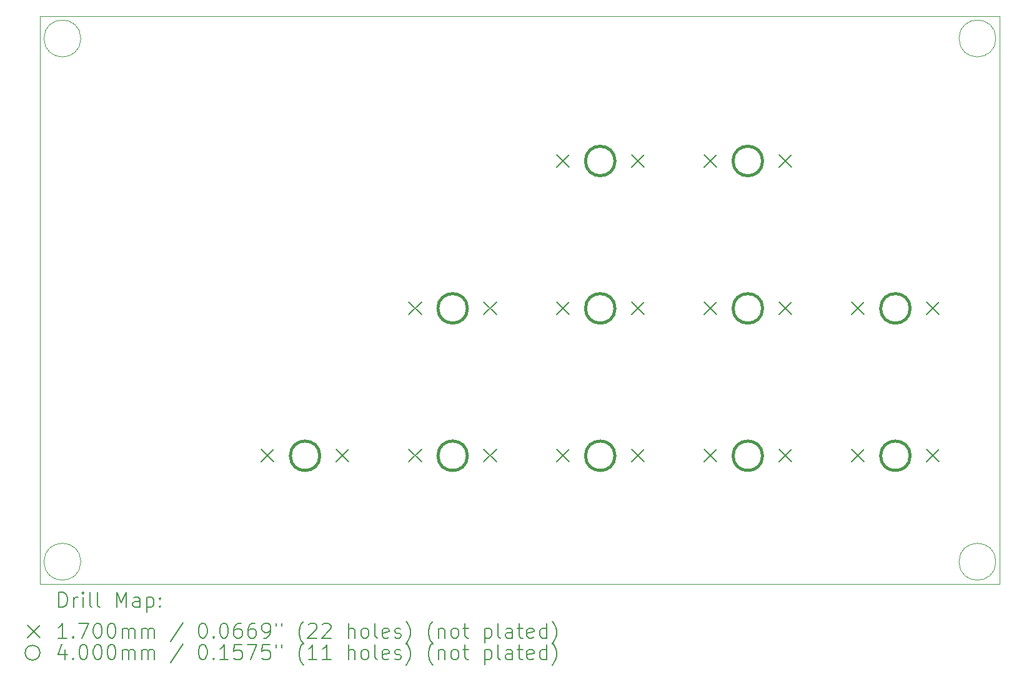
<source format=gbr>
%FSLAX45Y45*%
G04 Gerber Fmt 4.5, Leading zero omitted, Abs format (unit mm)*
G04 Created by KiCad (PCBNEW 6.0.2+dfsg-1) date 2022-08-02 12:10:30*
%MOMM*%
%LPD*%
G01*
G04 APERTURE LIST*
%TA.AperFunction,Profile*%
%ADD10C,0.100000*%
%TD*%
%ADD11C,0.200000*%
%ADD12C,0.170000*%
%ADD13C,0.400000*%
G04 APERTURE END LIST*
D10*
X19617500Y-6777000D02*
G75*
G03*
X19617500Y-6777000I-250000J0D01*
G01*
X19617500Y-13877000D02*
G75*
G03*
X19617500Y-13877000I-250000J0D01*
G01*
X7217500Y-6777000D02*
G75*
G03*
X7217500Y-6777000I-250000J0D01*
G01*
X7217500Y-13877000D02*
G75*
G03*
X7217500Y-13877000I-250000J0D01*
G01*
X6667500Y-6477000D02*
X19667500Y-6477000D01*
X19667500Y-6477000D02*
X19667500Y-14177000D01*
X19667500Y-14177000D02*
X6667500Y-14177000D01*
X6667500Y-14177000D02*
X6667500Y-6477000D01*
D11*
D12*
X9663000Y-12354400D02*
X9833000Y-12524400D01*
X9833000Y-12354400D02*
X9663000Y-12524400D01*
X10679000Y-12354400D02*
X10849000Y-12524400D01*
X10849000Y-12354400D02*
X10679000Y-12524400D01*
X11663000Y-10354400D02*
X11833000Y-10524400D01*
X11833000Y-10354400D02*
X11663000Y-10524400D01*
X11663000Y-12354400D02*
X11833000Y-12524400D01*
X11833000Y-12354400D02*
X11663000Y-12524400D01*
X12679000Y-10354400D02*
X12849000Y-10524400D01*
X12849000Y-10354400D02*
X12679000Y-10524400D01*
X12679000Y-12354400D02*
X12849000Y-12524400D01*
X12849000Y-12354400D02*
X12679000Y-12524400D01*
X13663000Y-8354400D02*
X13833000Y-8524400D01*
X13833000Y-8354400D02*
X13663000Y-8524400D01*
X13663000Y-10354400D02*
X13833000Y-10524400D01*
X13833000Y-10354400D02*
X13663000Y-10524400D01*
X13663000Y-12354400D02*
X13833000Y-12524400D01*
X13833000Y-12354400D02*
X13663000Y-12524400D01*
X14679000Y-8354400D02*
X14849000Y-8524400D01*
X14849000Y-8354400D02*
X14679000Y-8524400D01*
X14679000Y-10354400D02*
X14849000Y-10524400D01*
X14849000Y-10354400D02*
X14679000Y-10524400D01*
X14679000Y-12354400D02*
X14849000Y-12524400D01*
X14849000Y-12354400D02*
X14679000Y-12524400D01*
X15663000Y-8354400D02*
X15833000Y-8524400D01*
X15833000Y-8354400D02*
X15663000Y-8524400D01*
X15663000Y-10354400D02*
X15833000Y-10524400D01*
X15833000Y-10354400D02*
X15663000Y-10524400D01*
X15663000Y-12354400D02*
X15833000Y-12524400D01*
X15833000Y-12354400D02*
X15663000Y-12524400D01*
X16679000Y-8354400D02*
X16849000Y-8524400D01*
X16849000Y-8354400D02*
X16679000Y-8524400D01*
X16679000Y-10354400D02*
X16849000Y-10524400D01*
X16849000Y-10354400D02*
X16679000Y-10524400D01*
X16679000Y-12354400D02*
X16849000Y-12524400D01*
X16849000Y-12354400D02*
X16679000Y-12524400D01*
X17663000Y-10354400D02*
X17833000Y-10524400D01*
X17833000Y-10354400D02*
X17663000Y-10524400D01*
X17663000Y-12354400D02*
X17833000Y-12524400D01*
X17833000Y-12354400D02*
X17663000Y-12524400D01*
X18679000Y-10354400D02*
X18849000Y-10524400D01*
X18849000Y-10354400D02*
X18679000Y-10524400D01*
X18679000Y-12354400D02*
X18849000Y-12524400D01*
X18849000Y-12354400D02*
X18679000Y-12524400D01*
D13*
X10456000Y-12439400D02*
G75*
G03*
X10456000Y-12439400I-200000J0D01*
G01*
X12456000Y-10439400D02*
G75*
G03*
X12456000Y-10439400I-200000J0D01*
G01*
X12456000Y-12439400D02*
G75*
G03*
X12456000Y-12439400I-200000J0D01*
G01*
X14456000Y-8439400D02*
G75*
G03*
X14456000Y-8439400I-200000J0D01*
G01*
X14456000Y-10439400D02*
G75*
G03*
X14456000Y-10439400I-200000J0D01*
G01*
X14456000Y-12439400D02*
G75*
G03*
X14456000Y-12439400I-200000J0D01*
G01*
X16456000Y-8439400D02*
G75*
G03*
X16456000Y-8439400I-200000J0D01*
G01*
X16456000Y-10439400D02*
G75*
G03*
X16456000Y-10439400I-200000J0D01*
G01*
X16456000Y-12439400D02*
G75*
G03*
X16456000Y-12439400I-200000J0D01*
G01*
X18456000Y-10439400D02*
G75*
G03*
X18456000Y-10439400I-200000J0D01*
G01*
X18456000Y-12439400D02*
G75*
G03*
X18456000Y-12439400I-200000J0D01*
G01*
D11*
X6920119Y-14492476D02*
X6920119Y-14292476D01*
X6967738Y-14292476D01*
X6996309Y-14302000D01*
X7015357Y-14321048D01*
X7024881Y-14340095D01*
X7034405Y-14378190D01*
X7034405Y-14406762D01*
X7024881Y-14444857D01*
X7015357Y-14463905D01*
X6996309Y-14482952D01*
X6967738Y-14492476D01*
X6920119Y-14492476D01*
X7120119Y-14492476D02*
X7120119Y-14359143D01*
X7120119Y-14397238D02*
X7129643Y-14378190D01*
X7139167Y-14368667D01*
X7158214Y-14359143D01*
X7177262Y-14359143D01*
X7243928Y-14492476D02*
X7243928Y-14359143D01*
X7243928Y-14292476D02*
X7234405Y-14302000D01*
X7243928Y-14311524D01*
X7253452Y-14302000D01*
X7243928Y-14292476D01*
X7243928Y-14311524D01*
X7367738Y-14492476D02*
X7348690Y-14482952D01*
X7339167Y-14463905D01*
X7339167Y-14292476D01*
X7472500Y-14492476D02*
X7453452Y-14482952D01*
X7443928Y-14463905D01*
X7443928Y-14292476D01*
X7701071Y-14492476D02*
X7701071Y-14292476D01*
X7767738Y-14435333D01*
X7834405Y-14292476D01*
X7834405Y-14492476D01*
X8015357Y-14492476D02*
X8015357Y-14387714D01*
X8005833Y-14368667D01*
X7986786Y-14359143D01*
X7948690Y-14359143D01*
X7929643Y-14368667D01*
X8015357Y-14482952D02*
X7996309Y-14492476D01*
X7948690Y-14492476D01*
X7929643Y-14482952D01*
X7920119Y-14463905D01*
X7920119Y-14444857D01*
X7929643Y-14425809D01*
X7948690Y-14416286D01*
X7996309Y-14416286D01*
X8015357Y-14406762D01*
X8110595Y-14359143D02*
X8110595Y-14559143D01*
X8110595Y-14368667D02*
X8129643Y-14359143D01*
X8167738Y-14359143D01*
X8186786Y-14368667D01*
X8196309Y-14378190D01*
X8205833Y-14397238D01*
X8205833Y-14454381D01*
X8196309Y-14473428D01*
X8186786Y-14482952D01*
X8167738Y-14492476D01*
X8129643Y-14492476D01*
X8110595Y-14482952D01*
X8291548Y-14473428D02*
X8301071Y-14482952D01*
X8291548Y-14492476D01*
X8282024Y-14482952D01*
X8291548Y-14473428D01*
X8291548Y-14492476D01*
X8291548Y-14368667D02*
X8301071Y-14378190D01*
X8291548Y-14387714D01*
X8282024Y-14378190D01*
X8291548Y-14368667D01*
X8291548Y-14387714D01*
D12*
X6492500Y-14737000D02*
X6662500Y-14907000D01*
X6662500Y-14737000D02*
X6492500Y-14907000D01*
D11*
X7024881Y-14912476D02*
X6910595Y-14912476D01*
X6967738Y-14912476D02*
X6967738Y-14712476D01*
X6948690Y-14741048D01*
X6929643Y-14760095D01*
X6910595Y-14769619D01*
X7110595Y-14893428D02*
X7120119Y-14902952D01*
X7110595Y-14912476D01*
X7101071Y-14902952D01*
X7110595Y-14893428D01*
X7110595Y-14912476D01*
X7186786Y-14712476D02*
X7320119Y-14712476D01*
X7234405Y-14912476D01*
X7434405Y-14712476D02*
X7453452Y-14712476D01*
X7472500Y-14722000D01*
X7482024Y-14731524D01*
X7491548Y-14750571D01*
X7501071Y-14788667D01*
X7501071Y-14836286D01*
X7491548Y-14874381D01*
X7482024Y-14893428D01*
X7472500Y-14902952D01*
X7453452Y-14912476D01*
X7434405Y-14912476D01*
X7415357Y-14902952D01*
X7405833Y-14893428D01*
X7396309Y-14874381D01*
X7386786Y-14836286D01*
X7386786Y-14788667D01*
X7396309Y-14750571D01*
X7405833Y-14731524D01*
X7415357Y-14722000D01*
X7434405Y-14712476D01*
X7624881Y-14712476D02*
X7643928Y-14712476D01*
X7662976Y-14722000D01*
X7672500Y-14731524D01*
X7682024Y-14750571D01*
X7691548Y-14788667D01*
X7691548Y-14836286D01*
X7682024Y-14874381D01*
X7672500Y-14893428D01*
X7662976Y-14902952D01*
X7643928Y-14912476D01*
X7624881Y-14912476D01*
X7605833Y-14902952D01*
X7596309Y-14893428D01*
X7586786Y-14874381D01*
X7577262Y-14836286D01*
X7577262Y-14788667D01*
X7586786Y-14750571D01*
X7596309Y-14731524D01*
X7605833Y-14722000D01*
X7624881Y-14712476D01*
X7777262Y-14912476D02*
X7777262Y-14779143D01*
X7777262Y-14798190D02*
X7786786Y-14788667D01*
X7805833Y-14779143D01*
X7834405Y-14779143D01*
X7853452Y-14788667D01*
X7862976Y-14807714D01*
X7862976Y-14912476D01*
X7862976Y-14807714D02*
X7872500Y-14788667D01*
X7891548Y-14779143D01*
X7920119Y-14779143D01*
X7939167Y-14788667D01*
X7948690Y-14807714D01*
X7948690Y-14912476D01*
X8043928Y-14912476D02*
X8043928Y-14779143D01*
X8043928Y-14798190D02*
X8053452Y-14788667D01*
X8072500Y-14779143D01*
X8101071Y-14779143D01*
X8120119Y-14788667D01*
X8129643Y-14807714D01*
X8129643Y-14912476D01*
X8129643Y-14807714D02*
X8139167Y-14788667D01*
X8158214Y-14779143D01*
X8186786Y-14779143D01*
X8205833Y-14788667D01*
X8215357Y-14807714D01*
X8215357Y-14912476D01*
X8605833Y-14702952D02*
X8434405Y-14960095D01*
X8862976Y-14712476D02*
X8882024Y-14712476D01*
X8901071Y-14722000D01*
X8910595Y-14731524D01*
X8920119Y-14750571D01*
X8929643Y-14788667D01*
X8929643Y-14836286D01*
X8920119Y-14874381D01*
X8910595Y-14893428D01*
X8901071Y-14902952D01*
X8882024Y-14912476D01*
X8862976Y-14912476D01*
X8843929Y-14902952D01*
X8834405Y-14893428D01*
X8824881Y-14874381D01*
X8815357Y-14836286D01*
X8815357Y-14788667D01*
X8824881Y-14750571D01*
X8834405Y-14731524D01*
X8843929Y-14722000D01*
X8862976Y-14712476D01*
X9015357Y-14893428D02*
X9024881Y-14902952D01*
X9015357Y-14912476D01*
X9005833Y-14902952D01*
X9015357Y-14893428D01*
X9015357Y-14912476D01*
X9148690Y-14712476D02*
X9167738Y-14712476D01*
X9186786Y-14722000D01*
X9196310Y-14731524D01*
X9205833Y-14750571D01*
X9215357Y-14788667D01*
X9215357Y-14836286D01*
X9205833Y-14874381D01*
X9196310Y-14893428D01*
X9186786Y-14902952D01*
X9167738Y-14912476D01*
X9148690Y-14912476D01*
X9129643Y-14902952D01*
X9120119Y-14893428D01*
X9110595Y-14874381D01*
X9101071Y-14836286D01*
X9101071Y-14788667D01*
X9110595Y-14750571D01*
X9120119Y-14731524D01*
X9129643Y-14722000D01*
X9148690Y-14712476D01*
X9386786Y-14712476D02*
X9348690Y-14712476D01*
X9329643Y-14722000D01*
X9320119Y-14731524D01*
X9301071Y-14760095D01*
X9291548Y-14798190D01*
X9291548Y-14874381D01*
X9301071Y-14893428D01*
X9310595Y-14902952D01*
X9329643Y-14912476D01*
X9367738Y-14912476D01*
X9386786Y-14902952D01*
X9396310Y-14893428D01*
X9405833Y-14874381D01*
X9405833Y-14826762D01*
X9396310Y-14807714D01*
X9386786Y-14798190D01*
X9367738Y-14788667D01*
X9329643Y-14788667D01*
X9310595Y-14798190D01*
X9301071Y-14807714D01*
X9291548Y-14826762D01*
X9577262Y-14712476D02*
X9539167Y-14712476D01*
X9520119Y-14722000D01*
X9510595Y-14731524D01*
X9491548Y-14760095D01*
X9482024Y-14798190D01*
X9482024Y-14874381D01*
X9491548Y-14893428D01*
X9501071Y-14902952D01*
X9520119Y-14912476D01*
X9558214Y-14912476D01*
X9577262Y-14902952D01*
X9586786Y-14893428D01*
X9596310Y-14874381D01*
X9596310Y-14826762D01*
X9586786Y-14807714D01*
X9577262Y-14798190D01*
X9558214Y-14788667D01*
X9520119Y-14788667D01*
X9501071Y-14798190D01*
X9491548Y-14807714D01*
X9482024Y-14826762D01*
X9691548Y-14912476D02*
X9729643Y-14912476D01*
X9748690Y-14902952D01*
X9758214Y-14893428D01*
X9777262Y-14864857D01*
X9786786Y-14826762D01*
X9786786Y-14750571D01*
X9777262Y-14731524D01*
X9767738Y-14722000D01*
X9748690Y-14712476D01*
X9710595Y-14712476D01*
X9691548Y-14722000D01*
X9682024Y-14731524D01*
X9672500Y-14750571D01*
X9672500Y-14798190D01*
X9682024Y-14817238D01*
X9691548Y-14826762D01*
X9710595Y-14836286D01*
X9748690Y-14836286D01*
X9767738Y-14826762D01*
X9777262Y-14817238D01*
X9786786Y-14798190D01*
X9862976Y-14712476D02*
X9862976Y-14750571D01*
X9939167Y-14712476D02*
X9939167Y-14750571D01*
X10234405Y-14988667D02*
X10224881Y-14979143D01*
X10205833Y-14950571D01*
X10196310Y-14931524D01*
X10186786Y-14902952D01*
X10177262Y-14855333D01*
X10177262Y-14817238D01*
X10186786Y-14769619D01*
X10196310Y-14741048D01*
X10205833Y-14722000D01*
X10224881Y-14693428D01*
X10234405Y-14683905D01*
X10301071Y-14731524D02*
X10310595Y-14722000D01*
X10329643Y-14712476D01*
X10377262Y-14712476D01*
X10396310Y-14722000D01*
X10405833Y-14731524D01*
X10415357Y-14750571D01*
X10415357Y-14769619D01*
X10405833Y-14798190D01*
X10291548Y-14912476D01*
X10415357Y-14912476D01*
X10491548Y-14731524D02*
X10501071Y-14722000D01*
X10520119Y-14712476D01*
X10567738Y-14712476D01*
X10586786Y-14722000D01*
X10596310Y-14731524D01*
X10605833Y-14750571D01*
X10605833Y-14769619D01*
X10596310Y-14798190D01*
X10482024Y-14912476D01*
X10605833Y-14912476D01*
X10843929Y-14912476D02*
X10843929Y-14712476D01*
X10929643Y-14912476D02*
X10929643Y-14807714D01*
X10920119Y-14788667D01*
X10901071Y-14779143D01*
X10872500Y-14779143D01*
X10853452Y-14788667D01*
X10843929Y-14798190D01*
X11053452Y-14912476D02*
X11034405Y-14902952D01*
X11024881Y-14893428D01*
X11015357Y-14874381D01*
X11015357Y-14817238D01*
X11024881Y-14798190D01*
X11034405Y-14788667D01*
X11053452Y-14779143D01*
X11082024Y-14779143D01*
X11101071Y-14788667D01*
X11110595Y-14798190D01*
X11120119Y-14817238D01*
X11120119Y-14874381D01*
X11110595Y-14893428D01*
X11101071Y-14902952D01*
X11082024Y-14912476D01*
X11053452Y-14912476D01*
X11234405Y-14912476D02*
X11215357Y-14902952D01*
X11205833Y-14883905D01*
X11205833Y-14712476D01*
X11386786Y-14902952D02*
X11367738Y-14912476D01*
X11329643Y-14912476D01*
X11310595Y-14902952D01*
X11301071Y-14883905D01*
X11301071Y-14807714D01*
X11310595Y-14788667D01*
X11329643Y-14779143D01*
X11367738Y-14779143D01*
X11386786Y-14788667D01*
X11396309Y-14807714D01*
X11396309Y-14826762D01*
X11301071Y-14845809D01*
X11472500Y-14902952D02*
X11491548Y-14912476D01*
X11529643Y-14912476D01*
X11548690Y-14902952D01*
X11558214Y-14883905D01*
X11558214Y-14874381D01*
X11548690Y-14855333D01*
X11529643Y-14845809D01*
X11501071Y-14845809D01*
X11482024Y-14836286D01*
X11472500Y-14817238D01*
X11472500Y-14807714D01*
X11482024Y-14788667D01*
X11501071Y-14779143D01*
X11529643Y-14779143D01*
X11548690Y-14788667D01*
X11624881Y-14988667D02*
X11634405Y-14979143D01*
X11653452Y-14950571D01*
X11662976Y-14931524D01*
X11672500Y-14902952D01*
X11682024Y-14855333D01*
X11682024Y-14817238D01*
X11672500Y-14769619D01*
X11662976Y-14741048D01*
X11653452Y-14722000D01*
X11634405Y-14693428D01*
X11624881Y-14683905D01*
X11986786Y-14988667D02*
X11977262Y-14979143D01*
X11958214Y-14950571D01*
X11948690Y-14931524D01*
X11939167Y-14902952D01*
X11929643Y-14855333D01*
X11929643Y-14817238D01*
X11939167Y-14769619D01*
X11948690Y-14741048D01*
X11958214Y-14722000D01*
X11977262Y-14693428D01*
X11986786Y-14683905D01*
X12062976Y-14779143D02*
X12062976Y-14912476D01*
X12062976Y-14798190D02*
X12072500Y-14788667D01*
X12091548Y-14779143D01*
X12120119Y-14779143D01*
X12139167Y-14788667D01*
X12148690Y-14807714D01*
X12148690Y-14912476D01*
X12272500Y-14912476D02*
X12253452Y-14902952D01*
X12243928Y-14893428D01*
X12234405Y-14874381D01*
X12234405Y-14817238D01*
X12243928Y-14798190D01*
X12253452Y-14788667D01*
X12272500Y-14779143D01*
X12301071Y-14779143D01*
X12320119Y-14788667D01*
X12329643Y-14798190D01*
X12339167Y-14817238D01*
X12339167Y-14874381D01*
X12329643Y-14893428D01*
X12320119Y-14902952D01*
X12301071Y-14912476D01*
X12272500Y-14912476D01*
X12396309Y-14779143D02*
X12472500Y-14779143D01*
X12424881Y-14712476D02*
X12424881Y-14883905D01*
X12434405Y-14902952D01*
X12453452Y-14912476D01*
X12472500Y-14912476D01*
X12691548Y-14779143D02*
X12691548Y-14979143D01*
X12691548Y-14788667D02*
X12710595Y-14779143D01*
X12748690Y-14779143D01*
X12767738Y-14788667D01*
X12777262Y-14798190D01*
X12786786Y-14817238D01*
X12786786Y-14874381D01*
X12777262Y-14893428D01*
X12767738Y-14902952D01*
X12748690Y-14912476D01*
X12710595Y-14912476D01*
X12691548Y-14902952D01*
X12901071Y-14912476D02*
X12882024Y-14902952D01*
X12872500Y-14883905D01*
X12872500Y-14712476D01*
X13062976Y-14912476D02*
X13062976Y-14807714D01*
X13053452Y-14788667D01*
X13034405Y-14779143D01*
X12996309Y-14779143D01*
X12977262Y-14788667D01*
X13062976Y-14902952D02*
X13043928Y-14912476D01*
X12996309Y-14912476D01*
X12977262Y-14902952D01*
X12967738Y-14883905D01*
X12967738Y-14864857D01*
X12977262Y-14845809D01*
X12996309Y-14836286D01*
X13043928Y-14836286D01*
X13062976Y-14826762D01*
X13129643Y-14779143D02*
X13205833Y-14779143D01*
X13158214Y-14712476D02*
X13158214Y-14883905D01*
X13167738Y-14902952D01*
X13186786Y-14912476D01*
X13205833Y-14912476D01*
X13348690Y-14902952D02*
X13329643Y-14912476D01*
X13291548Y-14912476D01*
X13272500Y-14902952D01*
X13262976Y-14883905D01*
X13262976Y-14807714D01*
X13272500Y-14788667D01*
X13291548Y-14779143D01*
X13329643Y-14779143D01*
X13348690Y-14788667D01*
X13358214Y-14807714D01*
X13358214Y-14826762D01*
X13262976Y-14845809D01*
X13529643Y-14912476D02*
X13529643Y-14712476D01*
X13529643Y-14902952D02*
X13510595Y-14912476D01*
X13472500Y-14912476D01*
X13453452Y-14902952D01*
X13443928Y-14893428D01*
X13434405Y-14874381D01*
X13434405Y-14817238D01*
X13443928Y-14798190D01*
X13453452Y-14788667D01*
X13472500Y-14779143D01*
X13510595Y-14779143D01*
X13529643Y-14788667D01*
X13605833Y-14988667D02*
X13615357Y-14979143D01*
X13634405Y-14950571D01*
X13643928Y-14931524D01*
X13653452Y-14902952D01*
X13662976Y-14855333D01*
X13662976Y-14817238D01*
X13653452Y-14769619D01*
X13643928Y-14741048D01*
X13634405Y-14722000D01*
X13615357Y-14693428D01*
X13605833Y-14683905D01*
X6662500Y-15112000D02*
G75*
G03*
X6662500Y-15112000I-100000J0D01*
G01*
X7005833Y-15069143D02*
X7005833Y-15202476D01*
X6958214Y-14992952D02*
X6910595Y-15135809D01*
X7034405Y-15135809D01*
X7110595Y-15183428D02*
X7120119Y-15192952D01*
X7110595Y-15202476D01*
X7101071Y-15192952D01*
X7110595Y-15183428D01*
X7110595Y-15202476D01*
X7243928Y-15002476D02*
X7262976Y-15002476D01*
X7282024Y-15012000D01*
X7291548Y-15021524D01*
X7301071Y-15040571D01*
X7310595Y-15078667D01*
X7310595Y-15126286D01*
X7301071Y-15164381D01*
X7291548Y-15183428D01*
X7282024Y-15192952D01*
X7262976Y-15202476D01*
X7243928Y-15202476D01*
X7224881Y-15192952D01*
X7215357Y-15183428D01*
X7205833Y-15164381D01*
X7196309Y-15126286D01*
X7196309Y-15078667D01*
X7205833Y-15040571D01*
X7215357Y-15021524D01*
X7224881Y-15012000D01*
X7243928Y-15002476D01*
X7434405Y-15002476D02*
X7453452Y-15002476D01*
X7472500Y-15012000D01*
X7482024Y-15021524D01*
X7491548Y-15040571D01*
X7501071Y-15078667D01*
X7501071Y-15126286D01*
X7491548Y-15164381D01*
X7482024Y-15183428D01*
X7472500Y-15192952D01*
X7453452Y-15202476D01*
X7434405Y-15202476D01*
X7415357Y-15192952D01*
X7405833Y-15183428D01*
X7396309Y-15164381D01*
X7386786Y-15126286D01*
X7386786Y-15078667D01*
X7396309Y-15040571D01*
X7405833Y-15021524D01*
X7415357Y-15012000D01*
X7434405Y-15002476D01*
X7624881Y-15002476D02*
X7643928Y-15002476D01*
X7662976Y-15012000D01*
X7672500Y-15021524D01*
X7682024Y-15040571D01*
X7691548Y-15078667D01*
X7691548Y-15126286D01*
X7682024Y-15164381D01*
X7672500Y-15183428D01*
X7662976Y-15192952D01*
X7643928Y-15202476D01*
X7624881Y-15202476D01*
X7605833Y-15192952D01*
X7596309Y-15183428D01*
X7586786Y-15164381D01*
X7577262Y-15126286D01*
X7577262Y-15078667D01*
X7586786Y-15040571D01*
X7596309Y-15021524D01*
X7605833Y-15012000D01*
X7624881Y-15002476D01*
X7777262Y-15202476D02*
X7777262Y-15069143D01*
X7777262Y-15088190D02*
X7786786Y-15078667D01*
X7805833Y-15069143D01*
X7834405Y-15069143D01*
X7853452Y-15078667D01*
X7862976Y-15097714D01*
X7862976Y-15202476D01*
X7862976Y-15097714D02*
X7872500Y-15078667D01*
X7891548Y-15069143D01*
X7920119Y-15069143D01*
X7939167Y-15078667D01*
X7948690Y-15097714D01*
X7948690Y-15202476D01*
X8043928Y-15202476D02*
X8043928Y-15069143D01*
X8043928Y-15088190D02*
X8053452Y-15078667D01*
X8072500Y-15069143D01*
X8101071Y-15069143D01*
X8120119Y-15078667D01*
X8129643Y-15097714D01*
X8129643Y-15202476D01*
X8129643Y-15097714D02*
X8139167Y-15078667D01*
X8158214Y-15069143D01*
X8186786Y-15069143D01*
X8205833Y-15078667D01*
X8215357Y-15097714D01*
X8215357Y-15202476D01*
X8605833Y-14992952D02*
X8434405Y-15250095D01*
X8862976Y-15002476D02*
X8882024Y-15002476D01*
X8901071Y-15012000D01*
X8910595Y-15021524D01*
X8920119Y-15040571D01*
X8929643Y-15078667D01*
X8929643Y-15126286D01*
X8920119Y-15164381D01*
X8910595Y-15183428D01*
X8901071Y-15192952D01*
X8882024Y-15202476D01*
X8862976Y-15202476D01*
X8843929Y-15192952D01*
X8834405Y-15183428D01*
X8824881Y-15164381D01*
X8815357Y-15126286D01*
X8815357Y-15078667D01*
X8824881Y-15040571D01*
X8834405Y-15021524D01*
X8843929Y-15012000D01*
X8862976Y-15002476D01*
X9015357Y-15183428D02*
X9024881Y-15192952D01*
X9015357Y-15202476D01*
X9005833Y-15192952D01*
X9015357Y-15183428D01*
X9015357Y-15202476D01*
X9215357Y-15202476D02*
X9101071Y-15202476D01*
X9158214Y-15202476D02*
X9158214Y-15002476D01*
X9139167Y-15031048D01*
X9120119Y-15050095D01*
X9101071Y-15059619D01*
X9396310Y-15002476D02*
X9301071Y-15002476D01*
X9291548Y-15097714D01*
X9301071Y-15088190D01*
X9320119Y-15078667D01*
X9367738Y-15078667D01*
X9386786Y-15088190D01*
X9396310Y-15097714D01*
X9405833Y-15116762D01*
X9405833Y-15164381D01*
X9396310Y-15183428D01*
X9386786Y-15192952D01*
X9367738Y-15202476D01*
X9320119Y-15202476D01*
X9301071Y-15192952D01*
X9291548Y-15183428D01*
X9472500Y-15002476D02*
X9605833Y-15002476D01*
X9520119Y-15202476D01*
X9777262Y-15002476D02*
X9682024Y-15002476D01*
X9672500Y-15097714D01*
X9682024Y-15088190D01*
X9701071Y-15078667D01*
X9748690Y-15078667D01*
X9767738Y-15088190D01*
X9777262Y-15097714D01*
X9786786Y-15116762D01*
X9786786Y-15164381D01*
X9777262Y-15183428D01*
X9767738Y-15192952D01*
X9748690Y-15202476D01*
X9701071Y-15202476D01*
X9682024Y-15192952D01*
X9672500Y-15183428D01*
X9862976Y-15002476D02*
X9862976Y-15040571D01*
X9939167Y-15002476D02*
X9939167Y-15040571D01*
X10234405Y-15278667D02*
X10224881Y-15269143D01*
X10205833Y-15240571D01*
X10196310Y-15221524D01*
X10186786Y-15192952D01*
X10177262Y-15145333D01*
X10177262Y-15107238D01*
X10186786Y-15059619D01*
X10196310Y-15031048D01*
X10205833Y-15012000D01*
X10224881Y-14983428D01*
X10234405Y-14973905D01*
X10415357Y-15202476D02*
X10301071Y-15202476D01*
X10358214Y-15202476D02*
X10358214Y-15002476D01*
X10339167Y-15031048D01*
X10320119Y-15050095D01*
X10301071Y-15059619D01*
X10605833Y-15202476D02*
X10491548Y-15202476D01*
X10548690Y-15202476D02*
X10548690Y-15002476D01*
X10529643Y-15031048D01*
X10510595Y-15050095D01*
X10491548Y-15059619D01*
X10843929Y-15202476D02*
X10843929Y-15002476D01*
X10929643Y-15202476D02*
X10929643Y-15097714D01*
X10920119Y-15078667D01*
X10901071Y-15069143D01*
X10872500Y-15069143D01*
X10853452Y-15078667D01*
X10843929Y-15088190D01*
X11053452Y-15202476D02*
X11034405Y-15192952D01*
X11024881Y-15183428D01*
X11015357Y-15164381D01*
X11015357Y-15107238D01*
X11024881Y-15088190D01*
X11034405Y-15078667D01*
X11053452Y-15069143D01*
X11082024Y-15069143D01*
X11101071Y-15078667D01*
X11110595Y-15088190D01*
X11120119Y-15107238D01*
X11120119Y-15164381D01*
X11110595Y-15183428D01*
X11101071Y-15192952D01*
X11082024Y-15202476D01*
X11053452Y-15202476D01*
X11234405Y-15202476D02*
X11215357Y-15192952D01*
X11205833Y-15173905D01*
X11205833Y-15002476D01*
X11386786Y-15192952D02*
X11367738Y-15202476D01*
X11329643Y-15202476D01*
X11310595Y-15192952D01*
X11301071Y-15173905D01*
X11301071Y-15097714D01*
X11310595Y-15078667D01*
X11329643Y-15069143D01*
X11367738Y-15069143D01*
X11386786Y-15078667D01*
X11396309Y-15097714D01*
X11396309Y-15116762D01*
X11301071Y-15135809D01*
X11472500Y-15192952D02*
X11491548Y-15202476D01*
X11529643Y-15202476D01*
X11548690Y-15192952D01*
X11558214Y-15173905D01*
X11558214Y-15164381D01*
X11548690Y-15145333D01*
X11529643Y-15135809D01*
X11501071Y-15135809D01*
X11482024Y-15126286D01*
X11472500Y-15107238D01*
X11472500Y-15097714D01*
X11482024Y-15078667D01*
X11501071Y-15069143D01*
X11529643Y-15069143D01*
X11548690Y-15078667D01*
X11624881Y-15278667D02*
X11634405Y-15269143D01*
X11653452Y-15240571D01*
X11662976Y-15221524D01*
X11672500Y-15192952D01*
X11682024Y-15145333D01*
X11682024Y-15107238D01*
X11672500Y-15059619D01*
X11662976Y-15031048D01*
X11653452Y-15012000D01*
X11634405Y-14983428D01*
X11624881Y-14973905D01*
X11986786Y-15278667D02*
X11977262Y-15269143D01*
X11958214Y-15240571D01*
X11948690Y-15221524D01*
X11939167Y-15192952D01*
X11929643Y-15145333D01*
X11929643Y-15107238D01*
X11939167Y-15059619D01*
X11948690Y-15031048D01*
X11958214Y-15012000D01*
X11977262Y-14983428D01*
X11986786Y-14973905D01*
X12062976Y-15069143D02*
X12062976Y-15202476D01*
X12062976Y-15088190D02*
X12072500Y-15078667D01*
X12091548Y-15069143D01*
X12120119Y-15069143D01*
X12139167Y-15078667D01*
X12148690Y-15097714D01*
X12148690Y-15202476D01*
X12272500Y-15202476D02*
X12253452Y-15192952D01*
X12243928Y-15183428D01*
X12234405Y-15164381D01*
X12234405Y-15107238D01*
X12243928Y-15088190D01*
X12253452Y-15078667D01*
X12272500Y-15069143D01*
X12301071Y-15069143D01*
X12320119Y-15078667D01*
X12329643Y-15088190D01*
X12339167Y-15107238D01*
X12339167Y-15164381D01*
X12329643Y-15183428D01*
X12320119Y-15192952D01*
X12301071Y-15202476D01*
X12272500Y-15202476D01*
X12396309Y-15069143D02*
X12472500Y-15069143D01*
X12424881Y-15002476D02*
X12424881Y-15173905D01*
X12434405Y-15192952D01*
X12453452Y-15202476D01*
X12472500Y-15202476D01*
X12691548Y-15069143D02*
X12691548Y-15269143D01*
X12691548Y-15078667D02*
X12710595Y-15069143D01*
X12748690Y-15069143D01*
X12767738Y-15078667D01*
X12777262Y-15088190D01*
X12786786Y-15107238D01*
X12786786Y-15164381D01*
X12777262Y-15183428D01*
X12767738Y-15192952D01*
X12748690Y-15202476D01*
X12710595Y-15202476D01*
X12691548Y-15192952D01*
X12901071Y-15202476D02*
X12882024Y-15192952D01*
X12872500Y-15173905D01*
X12872500Y-15002476D01*
X13062976Y-15202476D02*
X13062976Y-15097714D01*
X13053452Y-15078667D01*
X13034405Y-15069143D01*
X12996309Y-15069143D01*
X12977262Y-15078667D01*
X13062976Y-15192952D02*
X13043928Y-15202476D01*
X12996309Y-15202476D01*
X12977262Y-15192952D01*
X12967738Y-15173905D01*
X12967738Y-15154857D01*
X12977262Y-15135809D01*
X12996309Y-15126286D01*
X13043928Y-15126286D01*
X13062976Y-15116762D01*
X13129643Y-15069143D02*
X13205833Y-15069143D01*
X13158214Y-15002476D02*
X13158214Y-15173905D01*
X13167738Y-15192952D01*
X13186786Y-15202476D01*
X13205833Y-15202476D01*
X13348690Y-15192952D02*
X13329643Y-15202476D01*
X13291548Y-15202476D01*
X13272500Y-15192952D01*
X13262976Y-15173905D01*
X13262976Y-15097714D01*
X13272500Y-15078667D01*
X13291548Y-15069143D01*
X13329643Y-15069143D01*
X13348690Y-15078667D01*
X13358214Y-15097714D01*
X13358214Y-15116762D01*
X13262976Y-15135809D01*
X13529643Y-15202476D02*
X13529643Y-15002476D01*
X13529643Y-15192952D02*
X13510595Y-15202476D01*
X13472500Y-15202476D01*
X13453452Y-15192952D01*
X13443928Y-15183428D01*
X13434405Y-15164381D01*
X13434405Y-15107238D01*
X13443928Y-15088190D01*
X13453452Y-15078667D01*
X13472500Y-15069143D01*
X13510595Y-15069143D01*
X13529643Y-15078667D01*
X13605833Y-15278667D02*
X13615357Y-15269143D01*
X13634405Y-15240571D01*
X13643928Y-15221524D01*
X13653452Y-15192952D01*
X13662976Y-15145333D01*
X13662976Y-15107238D01*
X13653452Y-15059619D01*
X13643928Y-15031048D01*
X13634405Y-15012000D01*
X13615357Y-14983428D01*
X13605833Y-14973905D01*
M02*

</source>
